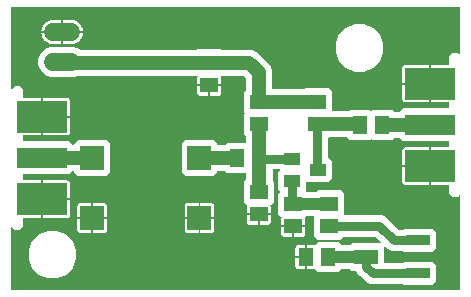
<source format=gbr>
G04 EAGLE Gerber RS-274X export*
G75*
%MOMM*%
%FSLAX34Y34*%
%LPD*%
%INTop Copper*%
%IPPOS*%
%AMOC8*
5,1,8,0,0,1.08239X$1,22.5*%
G01*
%ADD10R,1.300000X1.500000*%
%ADD11R,1.500000X1.300000*%
%ADD12R,2.000000X0.900000*%
%ADD13R,2.000000X1.300000*%
%ADD14R,2.000000X2.000000*%
%ADD15R,1.400000X1.000000*%
%ADD16R,4.191000X1.778000*%
%ADD17R,4.191000X2.667000*%
%ADD18C,1.524000*%
%ADD19C,1.200000*%
%ADD20C,0.800000*%
%ADD21C,1.000000*%

G36*
X384589Y5092D02*
X384589Y5092D01*
X384640Y5094D01*
X384672Y5112D01*
X384708Y5120D01*
X384747Y5153D01*
X384792Y5177D01*
X384813Y5207D01*
X384841Y5230D01*
X384862Y5277D01*
X384892Y5319D01*
X384900Y5361D01*
X384912Y5389D01*
X384911Y5419D01*
X384919Y5461D01*
X384919Y84716D01*
X384913Y84741D01*
X384916Y84767D01*
X384894Y84825D01*
X384880Y84885D01*
X384863Y84905D01*
X384854Y84929D01*
X384809Y84971D01*
X384770Y85018D01*
X384746Y85029D01*
X384727Y85047D01*
X384668Y85064D01*
X384611Y85089D01*
X384586Y85088D01*
X384561Y85096D01*
X384500Y85085D01*
X384438Y85083D01*
X384416Y85070D01*
X384390Y85066D01*
X384319Y85018D01*
X384286Y85000D01*
X384280Y84992D01*
X384270Y84985D01*
X383105Y83819D01*
X378895Y83819D01*
X375919Y86795D01*
X375919Y93578D01*
X375908Y93628D01*
X375906Y93679D01*
X375888Y93711D01*
X375880Y93747D01*
X375847Y93786D01*
X375823Y93831D01*
X375793Y93852D01*
X375770Y93880D01*
X375723Y93901D01*
X375681Y93931D01*
X375639Y93939D01*
X375611Y93951D01*
X375581Y93950D01*
X375539Y93958D01*
X360607Y93958D01*
X360607Y109453D01*
X360596Y109503D01*
X360594Y109554D01*
X360576Y109586D01*
X360568Y109622D01*
X360535Y109661D01*
X360511Y109706D01*
X360481Y109727D01*
X360457Y109755D01*
X360411Y109776D01*
X360369Y109806D01*
X360327Y109814D01*
X360299Y109826D01*
X360269Y109825D01*
X360227Y109833D01*
X359845Y109833D01*
X359845Y109835D01*
X360227Y109835D01*
X360277Y109846D01*
X360328Y109848D01*
X360360Y109866D01*
X360396Y109874D01*
X360435Y109907D01*
X360480Y109931D01*
X360501Y109961D01*
X360529Y109985D01*
X360550Y110031D01*
X360580Y110073D01*
X360588Y110115D01*
X360600Y110143D01*
X360599Y110173D01*
X360607Y110215D01*
X360607Y125710D01*
X375539Y125710D01*
X375589Y125721D01*
X375640Y125723D01*
X375672Y125741D01*
X375708Y125749D01*
X375747Y125782D01*
X375792Y125806D01*
X375813Y125836D01*
X375841Y125859D01*
X375862Y125906D01*
X375892Y125948D01*
X375900Y125990D01*
X375912Y126018D01*
X375911Y126048D01*
X375919Y126090D01*
X375919Y130429D01*
X375908Y130479D01*
X375906Y130530D01*
X375888Y130562D01*
X375880Y130598D01*
X375847Y130637D01*
X375823Y130682D01*
X375793Y130703D01*
X375770Y130731D01*
X375723Y130752D01*
X375681Y130782D01*
X375639Y130790D01*
X375611Y130802D01*
X375581Y130801D01*
X375539Y130809D01*
X336786Y130809D01*
X334008Y133588D01*
X333943Y133628D01*
X333881Y133672D01*
X333869Y133674D01*
X333861Y133679D01*
X333824Y133683D01*
X333739Y133699D01*
X329642Y133699D01*
X329568Y133682D01*
X329493Y133669D01*
X329483Y133662D01*
X329473Y133660D01*
X329444Y133636D01*
X329373Y133588D01*
X327985Y132199D01*
X310775Y132199D01*
X310149Y132826D01*
X310106Y132853D01*
X310068Y132887D01*
X310033Y132898D01*
X310002Y132917D01*
X309951Y132922D01*
X309902Y132937D01*
X309866Y132930D01*
X309829Y132934D01*
X309782Y132916D01*
X309731Y132907D01*
X309696Y132883D01*
X309667Y132872D01*
X309646Y132850D01*
X309611Y132826D01*
X308985Y132199D01*
X291775Y132199D01*
X289727Y134248D01*
X289662Y134288D01*
X289600Y134332D01*
X289588Y134334D01*
X289580Y134339D01*
X289543Y134343D01*
X289458Y134359D01*
X274422Y134359D01*
X274348Y134342D01*
X274273Y134329D01*
X274263Y134322D01*
X274253Y134320D01*
X274224Y134296D01*
X274153Y134248D01*
X273765Y133859D01*
X273621Y133859D01*
X273571Y133848D01*
X273520Y133846D01*
X273488Y133828D01*
X273452Y133820D01*
X273413Y133787D01*
X273368Y133763D01*
X273347Y133733D01*
X273319Y133710D01*
X273298Y133663D01*
X273268Y133621D01*
X273260Y133579D01*
X273248Y133551D01*
X273249Y133521D01*
X273241Y133479D01*
X273241Y117141D01*
X273252Y117091D01*
X273254Y117040D01*
X273272Y117008D01*
X273280Y116972D01*
X273313Y116933D01*
X273337Y116888D01*
X273367Y116867D01*
X273390Y116839D01*
X273437Y116818D01*
X273479Y116788D01*
X273521Y116780D01*
X273549Y116768D01*
X273579Y116769D01*
X273621Y116761D01*
X274105Y116761D01*
X277081Y113785D01*
X277081Y99575D01*
X274105Y96599D01*
X255896Y96599D01*
X255730Y96765D01*
X255708Y96779D01*
X255692Y96798D01*
X255635Y96824D01*
X255583Y96856D01*
X255557Y96859D01*
X255533Y96869D01*
X255472Y96867D01*
X255410Y96873D01*
X255386Y96864D01*
X255360Y96863D01*
X255306Y96833D01*
X255248Y96811D01*
X255231Y96792D01*
X255208Y96780D01*
X255173Y96729D01*
X255131Y96684D01*
X255123Y96659D01*
X255108Y96638D01*
X255092Y96554D01*
X255081Y96518D01*
X255083Y96508D01*
X255081Y96496D01*
X255081Y90075D01*
X254324Y89319D01*
X254297Y89276D01*
X254263Y89238D01*
X254252Y89203D01*
X254233Y89172D01*
X254228Y89121D01*
X254213Y89072D01*
X254220Y89036D01*
X254216Y88999D01*
X254234Y88952D01*
X254243Y88901D01*
X254267Y88866D01*
X254278Y88837D01*
X254300Y88816D01*
X254324Y88781D01*
X254833Y88272D01*
X254898Y88232D01*
X254960Y88188D01*
X254972Y88186D01*
X254980Y88181D01*
X255017Y88177D01*
X255102Y88161D01*
X263058Y88161D01*
X263132Y88178D01*
X263207Y88191D01*
X263217Y88198D01*
X263227Y88200D01*
X263256Y88224D01*
X263327Y88272D01*
X264715Y89661D01*
X283925Y89661D01*
X286901Y86685D01*
X286901Y69475D01*
X286274Y68849D01*
X286261Y68828D01*
X286243Y68813D01*
X286233Y68790D01*
X286213Y68768D01*
X286202Y68733D01*
X286183Y68702D01*
X286180Y68672D01*
X286172Y68655D01*
X286173Y68634D01*
X286163Y68602D01*
X286170Y68566D01*
X286166Y68529D01*
X286178Y68498D01*
X286179Y68482D01*
X286187Y68467D01*
X286193Y68431D01*
X286217Y68396D01*
X286228Y68367D01*
X286250Y68346D01*
X286261Y68331D01*
X286262Y68330D01*
X286262Y68329D01*
X286274Y68311D01*
X286313Y68272D01*
X286378Y68232D01*
X286440Y68188D01*
X286452Y68186D01*
X286460Y68181D01*
X286497Y68177D01*
X286582Y68161D01*
X318646Y68161D01*
X321984Y66778D01*
X332550Y56212D01*
X332615Y56172D01*
X332677Y56128D01*
X332689Y56126D01*
X332697Y56121D01*
X332734Y56117D01*
X332819Y56101D01*
X336898Y56101D01*
X336972Y56118D01*
X337047Y56131D01*
X337057Y56138D01*
X337067Y56140D01*
X337096Y56164D01*
X337167Y56212D01*
X337555Y56601D01*
X361765Y56601D01*
X364741Y53625D01*
X364741Y40415D01*
X361765Y37439D01*
X337555Y37439D01*
X337167Y37828D01*
X337102Y37868D01*
X337040Y37912D01*
X337028Y37914D01*
X337020Y37919D01*
X336983Y37923D01*
X336898Y37939D01*
X327094Y37939D01*
X323756Y39322D01*
X321390Y41688D01*
X321368Y41702D01*
X321352Y41722D01*
X321295Y41747D01*
X321243Y41779D01*
X321217Y41782D01*
X321193Y41792D01*
X321132Y41790D01*
X321070Y41796D01*
X321046Y41787D01*
X321020Y41786D01*
X320966Y41756D01*
X320908Y41734D01*
X320891Y41715D01*
X320868Y41703D01*
X320833Y41653D01*
X320791Y41607D01*
X320783Y41582D01*
X320768Y41561D01*
X320752Y41477D01*
X320741Y41441D01*
X320743Y41431D01*
X320741Y41419D01*
X320741Y28481D01*
X320752Y28431D01*
X320754Y28380D01*
X320772Y28348D01*
X320780Y28312D01*
X320813Y28273D01*
X320837Y28228D01*
X320867Y28207D01*
X320890Y28179D01*
X320937Y28158D01*
X320979Y28128D01*
X321021Y28120D01*
X321049Y28108D01*
X321079Y28109D01*
X321121Y28101D01*
X336898Y28101D01*
X336972Y28118D01*
X337047Y28131D01*
X337057Y28138D01*
X337067Y28140D01*
X337096Y28164D01*
X337167Y28212D01*
X337555Y28601D01*
X361765Y28601D01*
X364741Y25625D01*
X364741Y12415D01*
X361765Y9439D01*
X337555Y9439D01*
X337167Y9828D01*
X337102Y9868D01*
X337040Y9912D01*
X337028Y9914D01*
X337020Y9919D01*
X336983Y9923D01*
X336898Y9939D01*
X309374Y9939D01*
X306036Y11322D01*
X303428Y13930D01*
X300570Y16788D01*
X297962Y19396D01*
X297213Y21205D01*
X297176Y21256D01*
X297145Y21312D01*
X297126Y21326D01*
X297112Y21345D01*
X297055Y21375D01*
X297004Y21412D01*
X296977Y21417D01*
X296959Y21427D01*
X296921Y21428D01*
X296861Y21439D01*
X293555Y21439D01*
X292167Y22828D01*
X292102Y22868D01*
X292040Y22912D01*
X292028Y22914D01*
X292020Y22919D01*
X291983Y22923D01*
X291898Y22939D01*
X284922Y22939D01*
X284848Y22922D01*
X284773Y22909D01*
X284763Y22902D01*
X284753Y22900D01*
X284724Y22876D01*
X284653Y22828D01*
X282265Y20439D01*
X265055Y20439D01*
X262455Y23040D01*
X262422Y23060D01*
X262395Y23089D01*
X262349Y23105D01*
X262308Y23131D01*
X262269Y23135D01*
X262232Y23148D01*
X262173Y23144D01*
X262135Y23148D01*
X262115Y23140D01*
X262088Y23138D01*
X261495Y22979D01*
X255421Y22979D01*
X255421Y32639D01*
X255410Y32689D01*
X255408Y32740D01*
X255390Y32772D01*
X255382Y32808D01*
X255349Y32847D01*
X255325Y32892D01*
X255295Y32913D01*
X255271Y32941D01*
X255225Y32962D01*
X255183Y32992D01*
X255141Y33000D01*
X255113Y33012D01*
X255083Y33011D01*
X255041Y33019D01*
X254659Y33019D01*
X254659Y33021D01*
X255041Y33021D01*
X255091Y33032D01*
X255142Y33034D01*
X255174Y33052D01*
X255210Y33060D01*
X255249Y33093D01*
X255294Y33117D01*
X255315Y33147D01*
X255343Y33171D01*
X255364Y33217D01*
X255394Y33259D01*
X255402Y33301D01*
X255414Y33329D01*
X255413Y33359D01*
X255421Y33401D01*
X255421Y43061D01*
X261495Y43061D01*
X262088Y42902D01*
X262127Y42901D01*
X262164Y42889D01*
X262212Y42898D01*
X262261Y42896D01*
X262296Y42912D01*
X262335Y42919D01*
X262384Y42953D01*
X262418Y42968D01*
X262432Y42985D01*
X262455Y43000D01*
X265055Y45601D01*
X282265Y45601D01*
X284653Y43212D01*
X284718Y43172D01*
X284780Y43128D01*
X284792Y43126D01*
X284800Y43121D01*
X284837Y43117D01*
X284922Y43101D01*
X291898Y43101D01*
X291972Y43118D01*
X292047Y43131D01*
X292057Y43138D01*
X292067Y43140D01*
X292096Y43164D01*
X292167Y43212D01*
X293555Y44601D01*
X317559Y44601D01*
X317584Y44607D01*
X317610Y44604D01*
X317668Y44626D01*
X317728Y44640D01*
X317748Y44657D01*
X317772Y44666D01*
X317814Y44711D01*
X317862Y44750D01*
X317872Y44774D01*
X317890Y44793D01*
X317907Y44852D01*
X317932Y44909D01*
X317931Y44934D01*
X317939Y44959D01*
X317928Y45020D01*
X317926Y45082D01*
X317914Y45104D01*
X317909Y45130D01*
X317861Y45201D01*
X317843Y45234D01*
X317835Y45240D01*
X317828Y45250D01*
X313190Y49888D01*
X313125Y49928D01*
X313063Y49972D01*
X313051Y49974D01*
X313043Y49979D01*
X313006Y49983D01*
X312921Y49999D01*
X286582Y49999D01*
X286508Y49982D01*
X286433Y49969D01*
X286423Y49962D01*
X286413Y49960D01*
X286384Y49936D01*
X286313Y49888D01*
X283925Y47499D01*
X264715Y47499D01*
X261739Y50475D01*
X261739Y67619D01*
X261728Y67669D01*
X261726Y67720D01*
X261708Y67752D01*
X261700Y67788D01*
X261667Y67827D01*
X261643Y67872D01*
X261613Y67893D01*
X261590Y67921D01*
X261543Y67942D01*
X261501Y67972D01*
X261459Y67980D01*
X261431Y67992D01*
X261401Y67991D01*
X261359Y67999D01*
X255102Y67999D01*
X255028Y67982D01*
X254953Y67969D01*
X254943Y67962D01*
X254933Y67960D01*
X254904Y67936D01*
X254833Y67888D01*
X253820Y66875D01*
X253800Y66842D01*
X253771Y66815D01*
X253755Y66769D01*
X253729Y66728D01*
X253725Y66689D01*
X253712Y66652D01*
X253716Y66593D01*
X253712Y66555D01*
X253720Y66535D01*
X253722Y66508D01*
X253881Y65915D01*
X253881Y59841D01*
X244221Y59841D01*
X244171Y59830D01*
X244120Y59828D01*
X244088Y59810D01*
X244052Y59802D01*
X244013Y59769D01*
X243968Y59745D01*
X243947Y59715D01*
X243919Y59691D01*
X243898Y59645D01*
X243868Y59603D01*
X243860Y59561D01*
X243848Y59533D01*
X243848Y59529D01*
X243849Y59502D01*
X243841Y59461D01*
X243841Y59079D01*
X243839Y59079D01*
X243839Y59461D01*
X243828Y59511D01*
X243826Y59562D01*
X243808Y59594D01*
X243800Y59630D01*
X243767Y59669D01*
X243743Y59714D01*
X243713Y59735D01*
X243689Y59763D01*
X243643Y59784D01*
X243601Y59814D01*
X243559Y59822D01*
X243531Y59834D01*
X243501Y59833D01*
X243459Y59841D01*
X233799Y59841D01*
X233799Y65915D01*
X233958Y66508D01*
X233959Y66547D01*
X233971Y66584D01*
X233962Y66632D01*
X233964Y66681D01*
X233948Y66716D01*
X233941Y66755D01*
X233907Y66804D01*
X233892Y66838D01*
X233875Y66852D01*
X233860Y66875D01*
X231259Y69475D01*
X231259Y86685D01*
X232516Y87941D01*
X232543Y87984D01*
X232577Y88022D01*
X232588Y88057D01*
X232607Y88088D01*
X232612Y88139D01*
X232627Y88188D01*
X232620Y88224D01*
X232624Y88261D01*
X232606Y88309D01*
X232597Y88359D01*
X232573Y88394D01*
X232562Y88423D01*
X232540Y88444D01*
X232516Y88479D01*
X230919Y90075D01*
X230919Y104285D01*
X233046Y106411D01*
X233073Y106454D01*
X233107Y106492D01*
X233118Y106527D01*
X233137Y106558D01*
X233142Y106609D01*
X233157Y106658D01*
X233150Y106694D01*
X233154Y106731D01*
X233136Y106778D01*
X233127Y106829D01*
X233103Y106864D01*
X233092Y106893D01*
X233070Y106913D01*
X233046Y106949D01*
X233007Y106988D01*
X232942Y107028D01*
X232880Y107072D01*
X232868Y107074D01*
X232860Y107079D01*
X232823Y107083D01*
X232738Y107099D01*
X226842Y107099D01*
X226768Y107082D01*
X226693Y107069D01*
X226683Y107062D01*
X226673Y107060D01*
X226644Y107036D01*
X226573Y106988D01*
X226432Y106847D01*
X226392Y106782D01*
X226348Y106720D01*
X226346Y106708D01*
X226341Y106700D01*
X226337Y106663D01*
X226321Y106578D01*
X226321Y97892D01*
X226338Y97818D01*
X226351Y97743D01*
X226358Y97733D01*
X226360Y97723D01*
X226384Y97694D01*
X226432Y97623D01*
X227211Y96845D01*
X227211Y79635D01*
X224610Y77035D01*
X224590Y77002D01*
X224561Y76975D01*
X224545Y76929D01*
X224519Y76888D01*
X224515Y76849D01*
X224502Y76812D01*
X224506Y76753D01*
X224502Y76715D01*
X224510Y76695D01*
X224512Y76668D01*
X224671Y76075D01*
X224671Y70001D01*
X215011Y70001D01*
X214961Y69990D01*
X214910Y69988D01*
X214878Y69970D01*
X214842Y69962D01*
X214803Y69929D01*
X214758Y69905D01*
X214737Y69875D01*
X214709Y69851D01*
X214688Y69805D01*
X214658Y69763D01*
X214650Y69721D01*
X214638Y69693D01*
X214639Y69663D01*
X214631Y69621D01*
X214631Y69239D01*
X214629Y69239D01*
X214629Y69621D01*
X214618Y69671D01*
X214616Y69722D01*
X214598Y69754D01*
X214590Y69790D01*
X214557Y69829D01*
X214533Y69874D01*
X214503Y69895D01*
X214479Y69923D01*
X214433Y69944D01*
X214391Y69974D01*
X214349Y69982D01*
X214321Y69994D01*
X214291Y69993D01*
X214249Y70001D01*
X204589Y70001D01*
X204589Y76075D01*
X204748Y76668D01*
X204749Y76707D01*
X204761Y76744D01*
X204752Y76792D01*
X204754Y76841D01*
X204738Y76876D01*
X204731Y76915D01*
X204697Y76964D01*
X204682Y76998D01*
X204665Y77012D01*
X204650Y77035D01*
X202049Y79635D01*
X202049Y96845D01*
X204048Y98843D01*
X204088Y98908D01*
X204132Y98970D01*
X204134Y98982D01*
X204139Y98990D01*
X204143Y99027D01*
X204159Y99112D01*
X204159Y103879D01*
X204148Y103929D01*
X204146Y103980D01*
X204128Y104012D01*
X204120Y104048D01*
X204087Y104087D01*
X204063Y104132D01*
X204033Y104153D01*
X204010Y104181D01*
X203963Y104202D01*
X203921Y104232D01*
X203879Y104240D01*
X203851Y104252D01*
X203821Y104251D01*
X203779Y104259D01*
X187635Y104259D01*
X186247Y105648D01*
X186182Y105688D01*
X186120Y105732D01*
X186108Y105734D01*
X186100Y105739D01*
X186063Y105743D01*
X185978Y105759D01*
X179921Y105759D01*
X179871Y105748D01*
X179820Y105746D01*
X179788Y105728D01*
X179752Y105720D01*
X179713Y105687D01*
X179668Y105663D01*
X179647Y105633D01*
X179619Y105610D01*
X179598Y105563D01*
X179568Y105521D01*
X179560Y105479D01*
X179548Y105451D01*
X179549Y105421D01*
X179541Y105379D01*
X179541Y104735D01*
X176565Y101759D01*
X152355Y101759D01*
X149379Y104735D01*
X149379Y128945D01*
X152355Y131921D01*
X176565Y131921D01*
X179541Y128945D01*
X179541Y128301D01*
X179552Y128251D01*
X179554Y128200D01*
X179572Y128168D01*
X179580Y128132D01*
X179613Y128093D01*
X179637Y128048D01*
X179667Y128027D01*
X179690Y127999D01*
X179737Y127978D01*
X179779Y127948D01*
X179821Y127940D01*
X179849Y127928D01*
X179879Y127929D01*
X179921Y127921D01*
X185978Y127921D01*
X186052Y127938D01*
X186127Y127951D01*
X186137Y127958D01*
X186147Y127960D01*
X186176Y127984D01*
X186247Y128032D01*
X187635Y129421D01*
X203779Y129421D01*
X203829Y129432D01*
X203880Y129434D01*
X203912Y129452D01*
X203948Y129460D01*
X203987Y129493D01*
X204032Y129517D01*
X204053Y129547D01*
X204081Y129570D01*
X204102Y129617D01*
X204132Y129659D01*
X204140Y129701D01*
X204152Y129729D01*
X204152Y129730D01*
X204151Y129759D01*
X204159Y129801D01*
X204159Y134568D01*
X204142Y134642D01*
X204129Y134717D01*
X204122Y134727D01*
X204120Y134737D01*
X204096Y134766D01*
X204048Y134837D01*
X202049Y136835D01*
X202049Y154045D01*
X202676Y154671D01*
X202703Y154714D01*
X202737Y154752D01*
X202748Y154787D01*
X202767Y154818D01*
X202772Y154869D01*
X202787Y154918D01*
X202780Y154954D01*
X202784Y154991D01*
X202766Y155038D01*
X202757Y155089D01*
X202733Y155124D01*
X202722Y155153D01*
X202700Y155174D01*
X202676Y155209D01*
X202049Y155835D01*
X202049Y173045D01*
X203438Y174433D01*
X203478Y174498D01*
X203522Y174560D01*
X203524Y174572D01*
X203529Y174580D01*
X203533Y174617D01*
X203549Y174702D01*
X203549Y184483D01*
X203532Y184557D01*
X203519Y184631D01*
X203512Y184642D01*
X203510Y184651D01*
X203486Y184680D01*
X203438Y184752D01*
X201922Y186268D01*
X201857Y186308D01*
X201795Y186352D01*
X201783Y186354D01*
X201774Y186359D01*
X201737Y186363D01*
X201653Y186379D01*
X182982Y186379D01*
X182908Y186362D01*
X182833Y186349D01*
X182823Y186342D01*
X182813Y186340D01*
X182785Y186317D01*
X182777Y186314D01*
X182765Y186303D01*
X182713Y186268D01*
X182700Y186255D01*
X182689Y186238D01*
X182680Y186230D01*
X182674Y186216D01*
X182651Y186195D01*
X182634Y186149D01*
X182609Y186107D01*
X182605Y186069D01*
X182592Y186032D01*
X182596Y185972D01*
X182592Y185935D01*
X182600Y185915D01*
X182602Y185888D01*
X182761Y185295D01*
X182761Y179221D01*
X173101Y179221D01*
X173051Y179210D01*
X173000Y179208D01*
X172968Y179190D01*
X172932Y179182D01*
X172893Y179149D01*
X172848Y179125D01*
X172827Y179095D01*
X172799Y179071D01*
X172778Y179025D01*
X172748Y178983D01*
X172740Y178941D01*
X172728Y178913D01*
X172729Y178883D01*
X172721Y178841D01*
X172721Y178459D01*
X172719Y178459D01*
X172719Y178841D01*
X172708Y178891D01*
X172706Y178942D01*
X172688Y178974D01*
X172680Y179010D01*
X172647Y179049D01*
X172623Y179094D01*
X172593Y179115D01*
X172569Y179143D01*
X172523Y179164D01*
X172481Y179194D01*
X172439Y179202D01*
X172411Y179214D01*
X172381Y179213D01*
X172339Y179221D01*
X162679Y179221D01*
X162679Y185295D01*
X162838Y185888D01*
X162839Y185926D01*
X162851Y185964D01*
X162842Y186012D01*
X162844Y186061D01*
X162828Y186096D01*
X162821Y186134D01*
X162787Y186184D01*
X162772Y186218D01*
X162755Y186232D01*
X162740Y186255D01*
X162727Y186268D01*
X162662Y186308D01*
X162660Y186310D01*
X162638Y186328D01*
X162632Y186329D01*
X162600Y186352D01*
X162588Y186354D01*
X162580Y186359D01*
X162543Y186363D01*
X162458Y186379D01*
X60800Y186379D01*
X60798Y186379D01*
X60796Y186379D01*
X60654Y186350D01*
X58406Y185419D01*
X38114Y185419D01*
X33446Y187353D01*
X29873Y190926D01*
X27939Y195594D01*
X27939Y200646D01*
X29873Y205314D01*
X33446Y208887D01*
X38114Y210821D01*
X58406Y210821D01*
X63074Y208887D01*
X63309Y208652D01*
X63374Y208612D01*
X63436Y208568D01*
X63448Y208566D01*
X63457Y208561D01*
X63494Y208557D01*
X63578Y208541D01*
X162458Y208541D01*
X162532Y208558D01*
X162607Y208571D01*
X162617Y208578D01*
X162627Y208580D01*
X162655Y208604D01*
X162727Y208652D01*
X163115Y209041D01*
X182325Y209041D01*
X182713Y208652D01*
X182778Y208612D01*
X182840Y208568D01*
X182852Y208566D01*
X182860Y208561D01*
X182897Y208557D01*
X182982Y208541D01*
X208604Y208541D01*
X212677Y206854D01*
X224024Y195507D01*
X225711Y191434D01*
X225711Y175901D01*
X225722Y175851D01*
X225724Y175800D01*
X225742Y175768D01*
X225750Y175732D01*
X225783Y175693D01*
X225807Y175648D01*
X225837Y175627D01*
X225860Y175599D01*
X225907Y175578D01*
X225949Y175548D01*
X225991Y175540D01*
X226019Y175528D01*
X226049Y175529D01*
X226091Y175521D01*
X253898Y175521D01*
X253972Y175538D01*
X254047Y175551D01*
X254057Y175558D01*
X254067Y175560D01*
X254096Y175584D01*
X254167Y175632D01*
X254555Y176021D01*
X273765Y176021D01*
X276741Y173045D01*
X276741Y156901D01*
X276752Y156851D01*
X276754Y156800D01*
X276772Y156768D01*
X276780Y156732D01*
X276813Y156693D01*
X276837Y156648D01*
X276867Y156627D01*
X276890Y156599D01*
X276937Y156578D01*
X276979Y156548D01*
X277021Y156540D01*
X277049Y156528D01*
X277079Y156529D01*
X277121Y156521D01*
X290778Y156521D01*
X290852Y156538D01*
X290927Y156551D01*
X290937Y156558D01*
X290947Y156560D01*
X290976Y156584D01*
X291047Y156632D01*
X291775Y157361D01*
X308985Y157361D01*
X309611Y156734D01*
X309654Y156707D01*
X309692Y156673D01*
X309727Y156662D01*
X309758Y156643D01*
X309809Y156638D01*
X309858Y156623D01*
X309894Y156630D01*
X309931Y156626D01*
X309978Y156644D01*
X310029Y156653D01*
X310064Y156677D01*
X310093Y156688D01*
X310114Y156710D01*
X310149Y156734D01*
X310775Y157361D01*
X327985Y157361D01*
X329373Y155972D01*
X329438Y155932D01*
X329500Y155888D01*
X329512Y155886D01*
X329520Y155881D01*
X329557Y155877D01*
X329642Y155861D01*
X333739Y155861D01*
X333813Y155878D01*
X333888Y155891D01*
X333898Y155898D01*
X333908Y155900D01*
X333937Y155924D01*
X334008Y155972D01*
X336786Y158751D01*
X375539Y158751D01*
X375589Y158762D01*
X375640Y158764D01*
X375672Y158782D01*
X375708Y158790D01*
X375747Y158823D01*
X375792Y158847D01*
X375813Y158877D01*
X375841Y158900D01*
X375862Y158947D01*
X375892Y158989D01*
X375900Y159031D01*
X375912Y159059D01*
X375911Y159089D01*
X375919Y159131D01*
X375919Y163470D01*
X375908Y163520D01*
X375906Y163571D01*
X375888Y163603D01*
X375880Y163639D01*
X375847Y163678D01*
X375823Y163723D01*
X375793Y163744D01*
X375770Y163772D01*
X375723Y163793D01*
X375681Y163823D01*
X375639Y163831D01*
X375611Y163843D01*
X375581Y163842D01*
X375539Y163850D01*
X360607Y163850D01*
X360607Y179345D01*
X360596Y179395D01*
X360594Y179446D01*
X360576Y179478D01*
X360568Y179514D01*
X360535Y179553D01*
X360511Y179598D01*
X360481Y179619D01*
X360457Y179647D01*
X360411Y179668D01*
X360369Y179698D01*
X360327Y179706D01*
X360299Y179718D01*
X360269Y179717D01*
X360227Y179725D01*
X359845Y179725D01*
X359845Y179727D01*
X360227Y179727D01*
X360277Y179738D01*
X360328Y179740D01*
X360360Y179758D01*
X360396Y179766D01*
X360435Y179799D01*
X360480Y179823D01*
X360501Y179853D01*
X360529Y179877D01*
X360550Y179923D01*
X360580Y179965D01*
X360588Y180007D01*
X360600Y180035D01*
X360599Y180065D01*
X360607Y180107D01*
X360607Y195602D01*
X375539Y195602D01*
X375589Y195613D01*
X375640Y195615D01*
X375672Y195633D01*
X375708Y195641D01*
X375747Y195674D01*
X375792Y195698D01*
X375813Y195728D01*
X375841Y195751D01*
X375862Y195798D01*
X375892Y195840D01*
X375900Y195882D01*
X375912Y195910D01*
X375911Y195940D01*
X375919Y195982D01*
X375919Y202765D01*
X378895Y205741D01*
X383105Y205741D01*
X384270Y204575D01*
X384292Y204561D01*
X384308Y204542D01*
X384365Y204516D01*
X384417Y204484D01*
X384443Y204481D01*
X384467Y204471D01*
X384528Y204473D01*
X384590Y204467D01*
X384614Y204476D01*
X384640Y204477D01*
X384694Y204507D01*
X384752Y204529D01*
X384769Y204548D01*
X384792Y204560D01*
X384827Y204610D01*
X384869Y204656D01*
X384877Y204681D01*
X384892Y204702D01*
X384908Y204786D01*
X384919Y204822D01*
X384917Y204832D01*
X384919Y204844D01*
X384919Y244539D01*
X384908Y244589D01*
X384906Y244640D01*
X384888Y244672D01*
X384880Y244708D01*
X384847Y244747D01*
X384823Y244792D01*
X384793Y244813D01*
X384770Y244841D01*
X384723Y244862D01*
X384681Y244892D01*
X384639Y244900D01*
X384611Y244912D01*
X384581Y244911D01*
X384539Y244919D01*
X5461Y244919D01*
X5411Y244908D01*
X5360Y244906D01*
X5328Y244888D01*
X5292Y244880D01*
X5253Y244847D01*
X5208Y244823D01*
X5187Y244793D01*
X5159Y244770D01*
X5138Y244723D01*
X5108Y244681D01*
X5100Y244639D01*
X5088Y244611D01*
X5089Y244581D01*
X5081Y244539D01*
X5081Y175744D01*
X5087Y175719D01*
X5084Y175693D01*
X5106Y175635D01*
X5120Y175575D01*
X5137Y175555D01*
X5146Y175531D01*
X5191Y175489D01*
X5230Y175442D01*
X5254Y175431D01*
X5273Y175413D01*
X5332Y175396D01*
X5389Y175371D01*
X5414Y175372D01*
X5439Y175364D01*
X5500Y175375D01*
X5562Y175377D01*
X5584Y175390D01*
X5610Y175394D01*
X5681Y175442D01*
X5714Y175460D01*
X5720Y175468D01*
X5730Y175475D01*
X8055Y177801D01*
X12265Y177801D01*
X15241Y174825D01*
X15241Y168042D01*
X15252Y167992D01*
X15254Y167941D01*
X15272Y167909D01*
X15280Y167873D01*
X15313Y167834D01*
X15337Y167789D01*
X15367Y167768D01*
X15390Y167740D01*
X15437Y167719D01*
X15479Y167689D01*
X15521Y167681D01*
X15549Y167669D01*
X15579Y167670D01*
X15621Y167662D01*
X30553Y167662D01*
X30553Y152167D01*
X30564Y152117D01*
X30566Y152066D01*
X30584Y152034D01*
X30592Y151998D01*
X30625Y151959D01*
X30649Y151914D01*
X30679Y151893D01*
X30702Y151865D01*
X30749Y151844D01*
X30791Y151814D01*
X30833Y151806D01*
X30861Y151794D01*
X30891Y151795D01*
X30933Y151787D01*
X31315Y151787D01*
X31315Y151785D01*
X30933Y151785D01*
X30883Y151774D01*
X30832Y151772D01*
X30800Y151754D01*
X30764Y151746D01*
X30725Y151713D01*
X30680Y151689D01*
X30659Y151659D01*
X30631Y151635D01*
X30610Y151589D01*
X30580Y151547D01*
X30572Y151505D01*
X30560Y151477D01*
X30561Y151447D01*
X30553Y151405D01*
X30553Y135910D01*
X15621Y135910D01*
X15571Y135899D01*
X15520Y135897D01*
X15488Y135879D01*
X15452Y135871D01*
X15413Y135838D01*
X15368Y135814D01*
X15347Y135784D01*
X15319Y135761D01*
X15298Y135714D01*
X15268Y135672D01*
X15260Y135630D01*
X15248Y135602D01*
X15249Y135581D01*
X15248Y135579D01*
X15248Y135568D01*
X15241Y135530D01*
X15241Y131191D01*
X15252Y131141D01*
X15254Y131090D01*
X15272Y131058D01*
X15280Y131022D01*
X15313Y130983D01*
X15337Y130938D01*
X15367Y130917D01*
X15390Y130889D01*
X15437Y130868D01*
X15479Y130838D01*
X15521Y130830D01*
X15549Y130818D01*
X15579Y130819D01*
X15621Y130811D01*
X54374Y130811D01*
X57152Y128032D01*
X57217Y127992D01*
X57279Y127948D01*
X57291Y127946D01*
X57299Y127941D01*
X57336Y127937D01*
X57421Y127921D01*
X58199Y127921D01*
X58249Y127932D01*
X58300Y127934D01*
X58332Y127952D01*
X58368Y127960D01*
X58407Y127993D01*
X58452Y128017D01*
X58473Y128047D01*
X58501Y128070D01*
X58522Y128117D01*
X58552Y128159D01*
X58560Y128201D01*
X58572Y128229D01*
X58571Y128259D01*
X58579Y128301D01*
X58579Y128945D01*
X61555Y131921D01*
X85765Y131921D01*
X88741Y128945D01*
X88741Y104735D01*
X85765Y101759D01*
X61555Y101759D01*
X58579Y104735D01*
X58579Y105379D01*
X58568Y105429D01*
X58566Y105480D01*
X58548Y105512D01*
X58540Y105548D01*
X58507Y105587D01*
X58483Y105632D01*
X58453Y105653D01*
X58430Y105681D01*
X58383Y105702D01*
X58341Y105732D01*
X58299Y105740D01*
X58271Y105752D01*
X58241Y105751D01*
X58199Y105759D01*
X57421Y105759D01*
X57347Y105742D01*
X57272Y105729D01*
X57262Y105722D01*
X57252Y105720D01*
X57223Y105696D01*
X57152Y105648D01*
X54374Y102869D01*
X15621Y102869D01*
X15571Y102858D01*
X15520Y102856D01*
X15488Y102838D01*
X15452Y102830D01*
X15413Y102797D01*
X15368Y102773D01*
X15347Y102743D01*
X15319Y102720D01*
X15298Y102673D01*
X15268Y102631D01*
X15260Y102589D01*
X15248Y102561D01*
X15249Y102531D01*
X15241Y102489D01*
X15241Y98150D01*
X15252Y98100D01*
X15254Y98049D01*
X15272Y98017D01*
X15280Y97981D01*
X15313Y97942D01*
X15337Y97897D01*
X15367Y97876D01*
X15390Y97848D01*
X15437Y97827D01*
X15479Y97797D01*
X15521Y97789D01*
X15549Y97777D01*
X15579Y97778D01*
X15621Y97770D01*
X30553Y97770D01*
X30553Y82275D01*
X30564Y82225D01*
X30566Y82174D01*
X30584Y82142D01*
X30592Y82106D01*
X30625Y82067D01*
X30649Y82022D01*
X30679Y82001D01*
X30702Y81973D01*
X30749Y81952D01*
X30791Y81922D01*
X30833Y81914D01*
X30861Y81902D01*
X30891Y81903D01*
X30933Y81895D01*
X31315Y81895D01*
X31315Y81893D01*
X30933Y81893D01*
X30883Y81882D01*
X30832Y81880D01*
X30800Y81862D01*
X30764Y81854D01*
X30725Y81821D01*
X30680Y81797D01*
X30659Y81767D01*
X30631Y81743D01*
X30610Y81697D01*
X30580Y81655D01*
X30572Y81613D01*
X30560Y81585D01*
X30560Y81584D01*
X30560Y81583D01*
X30561Y81554D01*
X30553Y81513D01*
X30553Y66018D01*
X15621Y66018D01*
X15571Y66007D01*
X15520Y66005D01*
X15488Y65987D01*
X15452Y65979D01*
X15413Y65946D01*
X15368Y65922D01*
X15347Y65892D01*
X15319Y65869D01*
X15298Y65822D01*
X15268Y65780D01*
X15260Y65738D01*
X15248Y65710D01*
X15249Y65680D01*
X15241Y65638D01*
X15241Y58855D01*
X12265Y55879D01*
X8055Y55879D01*
X5730Y58205D01*
X5708Y58219D01*
X5692Y58238D01*
X5644Y58260D01*
X5604Y58288D01*
X5592Y58290D01*
X5583Y58296D01*
X5557Y58299D01*
X5533Y58309D01*
X5501Y58308D01*
X5462Y58316D01*
X5461Y58316D01*
X5438Y58310D01*
X5410Y58313D01*
X5386Y58304D01*
X5360Y58303D01*
X5326Y58284D01*
X5292Y58276D01*
X5274Y58261D01*
X5248Y58251D01*
X5231Y58232D01*
X5208Y58220D01*
X5186Y58189D01*
X5159Y58166D01*
X5149Y58144D01*
X5131Y58124D01*
X5123Y58099D01*
X5108Y58078D01*
X5100Y58035D01*
X5088Y58008D01*
X5089Y57983D01*
X5081Y57958D01*
X5083Y57948D01*
X5081Y57936D01*
X5081Y5461D01*
X5092Y5411D01*
X5094Y5360D01*
X5112Y5328D01*
X5120Y5292D01*
X5153Y5253D01*
X5177Y5208D01*
X5207Y5187D01*
X5230Y5159D01*
X5277Y5138D01*
X5319Y5108D01*
X5361Y5100D01*
X5389Y5088D01*
X5419Y5089D01*
X5461Y5081D01*
X384539Y5081D01*
X384589Y5092D01*
G37*
%LPC*%
G36*
X296006Y189919D02*
X296006Y189919D01*
X288625Y192976D01*
X282976Y198625D01*
X279919Y206006D01*
X279919Y213994D01*
X282976Y221375D01*
X288625Y227024D01*
X296006Y230081D01*
X303994Y230081D01*
X311375Y227024D01*
X317024Y221375D01*
X320081Y213994D01*
X320081Y206006D01*
X317024Y198625D01*
X311375Y192976D01*
X303994Y189919D01*
X296006Y189919D01*
G37*
%LPD*%
%LPC*%
G36*
X36006Y14919D02*
X36006Y14919D01*
X28625Y17976D01*
X22976Y23625D01*
X19919Y31006D01*
X19919Y38994D01*
X22976Y46375D01*
X28625Y52024D01*
X36006Y55081D01*
X43994Y55081D01*
X51375Y52024D01*
X57024Y46375D01*
X60081Y38994D01*
X60081Y31006D01*
X57024Y23625D01*
X51375Y17976D01*
X43994Y14919D01*
X36006Y14919D01*
G37*
%LPD*%
%LPC*%
G36*
X32075Y82655D02*
X32075Y82655D01*
X32075Y97770D01*
X52604Y97770D01*
X53250Y97597D01*
X53829Y97262D01*
X54302Y96789D01*
X54637Y96210D01*
X54810Y95564D01*
X54810Y82655D01*
X32075Y82655D01*
G37*
%LPD*%
%LPC*%
G36*
X32075Y152547D02*
X32075Y152547D01*
X32075Y167662D01*
X52604Y167662D01*
X53250Y167489D01*
X53829Y167154D01*
X54302Y166681D01*
X54637Y166102D01*
X54810Y165456D01*
X54810Y152547D01*
X32075Y152547D01*
G37*
%LPD*%
%LPC*%
G36*
X336350Y180487D02*
X336350Y180487D01*
X336350Y193396D01*
X336523Y194042D01*
X336858Y194621D01*
X337331Y195094D01*
X337910Y195429D01*
X338556Y195602D01*
X359085Y195602D01*
X359085Y180487D01*
X336350Y180487D01*
G37*
%LPD*%
%LPC*%
G36*
X336350Y110595D02*
X336350Y110595D01*
X336350Y123504D01*
X336523Y124150D01*
X336858Y124729D01*
X337331Y125202D01*
X337910Y125537D01*
X338556Y125710D01*
X359085Y125710D01*
X359085Y110595D01*
X336350Y110595D01*
G37*
%LPD*%
%LPC*%
G36*
X32075Y66018D02*
X32075Y66018D01*
X32075Y81133D01*
X54810Y81133D01*
X54810Y68224D01*
X54637Y67578D01*
X54302Y66999D01*
X53829Y66526D01*
X53250Y66191D01*
X52604Y66018D01*
X32075Y66018D01*
G37*
%LPD*%
%LPC*%
G36*
X32075Y135910D02*
X32075Y135910D01*
X32075Y151025D01*
X54810Y151025D01*
X54810Y138116D01*
X54637Y137470D01*
X54302Y136891D01*
X53829Y136418D01*
X53250Y136083D01*
X52604Y135910D01*
X32075Y135910D01*
G37*
%LPD*%
%LPC*%
G36*
X338556Y163850D02*
X338556Y163850D01*
X337910Y164023D01*
X337331Y164358D01*
X336858Y164831D01*
X336523Y165410D01*
X336460Y165647D01*
X336350Y166056D01*
X336350Y178965D01*
X359085Y178965D01*
X359085Y163850D01*
X338556Y163850D01*
G37*
%LPD*%
%LPC*%
G36*
X338556Y93958D02*
X338556Y93958D01*
X337910Y94131D01*
X337331Y94466D01*
X336858Y94939D01*
X336523Y95518D01*
X336350Y96164D01*
X336350Y109073D01*
X359085Y109073D01*
X359085Y93958D01*
X338556Y93958D01*
G37*
%LPD*%
%LPC*%
G36*
X49021Y224281D02*
X49021Y224281D01*
X49021Y233681D01*
X56680Y233681D01*
X58259Y233431D01*
X59780Y232936D01*
X61205Y232210D01*
X62499Y231270D01*
X63630Y230139D01*
X64570Y228845D01*
X65296Y227420D01*
X65791Y225899D01*
X66041Y224320D01*
X66041Y224281D01*
X49021Y224281D01*
G37*
%LPD*%
%LPC*%
G36*
X30479Y224281D02*
X30479Y224281D01*
X30479Y224320D01*
X30729Y225899D01*
X31224Y227420D01*
X31950Y228845D01*
X32890Y230139D01*
X34021Y231270D01*
X35315Y232210D01*
X36740Y232936D01*
X38261Y233431D01*
X39840Y233681D01*
X47499Y233681D01*
X47499Y224281D01*
X30479Y224281D01*
G37*
%LPD*%
%LPC*%
G36*
X49021Y213359D02*
X49021Y213359D01*
X49021Y222759D01*
X66041Y222759D01*
X66041Y222720D01*
X65791Y221141D01*
X65296Y219620D01*
X64570Y218195D01*
X63630Y216901D01*
X62499Y215770D01*
X61205Y214830D01*
X59780Y214104D01*
X58259Y213609D01*
X56680Y213359D01*
X49021Y213359D01*
G37*
%LPD*%
%LPC*%
G36*
X39840Y213359D02*
X39840Y213359D01*
X38261Y213609D01*
X36740Y214104D01*
X35315Y214830D01*
X34021Y215770D01*
X32890Y216901D01*
X31950Y218195D01*
X31224Y219620D01*
X30729Y221141D01*
X30479Y222720D01*
X30479Y222759D01*
X47499Y222759D01*
X47499Y213359D01*
X39840Y213359D01*
G37*
%LPD*%
%LPC*%
G36*
X165221Y66801D02*
X165221Y66801D01*
X165221Y78581D01*
X174795Y78581D01*
X175441Y78408D01*
X176020Y78073D01*
X176493Y77600D01*
X176828Y77021D01*
X177001Y76375D01*
X177001Y66801D01*
X165221Y66801D01*
G37*
%LPD*%
%LPC*%
G36*
X74421Y66801D02*
X74421Y66801D01*
X74421Y78581D01*
X83995Y78581D01*
X84641Y78408D01*
X85220Y78073D01*
X85693Y77600D01*
X86028Y77021D01*
X86201Y76375D01*
X86201Y66801D01*
X74421Y66801D01*
G37*
%LPD*%
%LPC*%
G36*
X151919Y66801D02*
X151919Y66801D01*
X151919Y76375D01*
X152092Y77021D01*
X152427Y77600D01*
X152900Y78073D01*
X153479Y78408D01*
X154125Y78581D01*
X163699Y78581D01*
X163699Y66801D01*
X151919Y66801D01*
G37*
%LPD*%
%LPC*%
G36*
X61119Y66801D02*
X61119Y66801D01*
X61119Y76375D01*
X61292Y77021D01*
X61627Y77600D01*
X62100Y78073D01*
X62679Y78408D01*
X63325Y78581D01*
X72899Y78581D01*
X72899Y66801D01*
X61119Y66801D01*
G37*
%LPD*%
%LPC*%
G36*
X165221Y53499D02*
X165221Y53499D01*
X165221Y65279D01*
X177001Y65279D01*
X177001Y55705D01*
X176828Y55059D01*
X176493Y54480D01*
X176020Y54007D01*
X175441Y53672D01*
X174795Y53499D01*
X165221Y53499D01*
G37*
%LPD*%
%LPC*%
G36*
X74421Y53499D02*
X74421Y53499D01*
X74421Y65279D01*
X86201Y65279D01*
X86201Y55705D01*
X86028Y55059D01*
X85693Y54480D01*
X85220Y54007D01*
X84641Y53672D01*
X83995Y53499D01*
X74421Y53499D01*
G37*
%LPD*%
%LPC*%
G36*
X154125Y53499D02*
X154125Y53499D01*
X153479Y53672D01*
X152900Y54007D01*
X152427Y54480D01*
X152092Y55059D01*
X151919Y55705D01*
X151919Y65279D01*
X163699Y65279D01*
X163699Y53499D01*
X154125Y53499D01*
G37*
%LPD*%
%LPC*%
G36*
X63325Y53499D02*
X63325Y53499D01*
X62679Y53672D01*
X62100Y54007D01*
X61627Y54480D01*
X61292Y55059D01*
X61119Y55705D01*
X61119Y65279D01*
X72899Y65279D01*
X72899Y53499D01*
X63325Y53499D01*
G37*
%LPD*%
%LPC*%
G36*
X245619Y33781D02*
X245619Y33781D01*
X245619Y40855D01*
X245792Y41501D01*
X246127Y42080D01*
X246600Y42553D01*
X247179Y42888D01*
X247825Y43061D01*
X253899Y43061D01*
X253899Y33781D01*
X245619Y33781D01*
G37*
%LPD*%
%LPC*%
G36*
X173481Y169419D02*
X173481Y169419D01*
X173481Y177699D01*
X182761Y177699D01*
X182761Y171625D01*
X182588Y170979D01*
X182253Y170400D01*
X181780Y169927D01*
X181201Y169592D01*
X180555Y169419D01*
X173481Y169419D01*
G37*
%LPD*%
%LPC*%
G36*
X215391Y60199D02*
X215391Y60199D01*
X215391Y68479D01*
X224671Y68479D01*
X224671Y62405D01*
X224498Y61759D01*
X224163Y61180D01*
X223690Y60707D01*
X223111Y60372D01*
X222465Y60199D01*
X215391Y60199D01*
G37*
%LPD*%
%LPC*%
G36*
X244601Y50039D02*
X244601Y50039D01*
X244601Y58319D01*
X253881Y58319D01*
X253881Y52245D01*
X253708Y51599D01*
X253373Y51020D01*
X252900Y50547D01*
X252321Y50212D01*
X251675Y50039D01*
X244601Y50039D01*
G37*
%LPD*%
%LPC*%
G36*
X206795Y60199D02*
X206795Y60199D01*
X206149Y60372D01*
X205570Y60707D01*
X205097Y61180D01*
X204762Y61759D01*
X204589Y62405D01*
X204589Y68479D01*
X213869Y68479D01*
X213869Y60199D01*
X206795Y60199D01*
G37*
%LPD*%
%LPC*%
G36*
X236005Y50039D02*
X236005Y50039D01*
X235359Y50212D01*
X234780Y50547D01*
X234307Y51020D01*
X233972Y51599D01*
X233799Y52245D01*
X233799Y58319D01*
X243079Y58319D01*
X243079Y50039D01*
X236005Y50039D01*
G37*
%LPD*%
%LPC*%
G36*
X164885Y169419D02*
X164885Y169419D01*
X164239Y169592D01*
X163660Y169927D01*
X163187Y170400D01*
X162852Y170979D01*
X162679Y171625D01*
X162679Y177699D01*
X171959Y177699D01*
X171959Y169419D01*
X164885Y169419D01*
G37*
%LPD*%
%LPC*%
G36*
X247825Y22979D02*
X247825Y22979D01*
X247179Y23152D01*
X246600Y23487D01*
X246127Y23960D01*
X245792Y24539D01*
X245619Y25185D01*
X245619Y32259D01*
X253899Y32259D01*
X253899Y22979D01*
X247825Y22979D01*
G37*
%LPD*%
%LPC*%
G36*
X48259Y223519D02*
X48259Y223519D01*
X48259Y223521D01*
X48261Y223521D01*
X48261Y223519D01*
X48259Y223519D01*
G37*
%LPD*%
%LPC*%
G36*
X164459Y66039D02*
X164459Y66039D01*
X164459Y66041D01*
X164461Y66041D01*
X164461Y66039D01*
X164459Y66039D01*
G37*
%LPD*%
%LPC*%
G36*
X73659Y66039D02*
X73659Y66039D01*
X73659Y66041D01*
X73661Y66041D01*
X73661Y66039D01*
X73659Y66039D01*
G37*
%LPD*%
D10*
X196240Y116840D03*
X215240Y116840D03*
X254660Y33020D03*
X273660Y33020D03*
X300380Y144780D03*
X319380Y144780D03*
D11*
X214630Y164440D03*
X214630Y145440D03*
X214630Y88240D03*
X214630Y69240D03*
X264160Y164440D03*
X264160Y145440D03*
X243840Y78080D03*
X243840Y59080D03*
X274320Y78080D03*
X274320Y59080D03*
D12*
X349660Y19020D03*
D13*
X305660Y33020D03*
D12*
X349660Y47020D03*
D14*
X73660Y116840D03*
X73660Y66040D03*
X164460Y116840D03*
X164460Y66040D03*
D15*
X265000Y106680D03*
X243000Y97180D03*
X243000Y116180D03*
D16*
X31314Y116840D03*
D17*
X31314Y151786D03*
X31314Y81894D03*
D16*
X359846Y144780D03*
D17*
X359846Y109834D03*
X359846Y179726D03*
D18*
X55880Y198120D02*
X40640Y198120D01*
X40640Y223520D02*
X55880Y223520D01*
D11*
X172720Y178460D03*
X172720Y197460D03*
D19*
X264160Y145440D02*
X299720Y145440D01*
X300380Y144780D01*
D20*
X264160Y107520D02*
X265000Y106680D01*
X264160Y107520D02*
X264160Y145440D01*
D19*
X215240Y116840D02*
X215240Y88850D01*
X214630Y88240D01*
X215240Y116840D02*
X215240Y144830D01*
X214630Y145440D01*
D20*
X215900Y116180D02*
X243000Y116180D01*
X215900Y116180D02*
X215240Y116840D01*
D19*
X172720Y197460D02*
X48920Y197460D01*
X48260Y198120D01*
X214630Y164440D02*
X264160Y164440D01*
X206400Y197460D02*
X172720Y197460D01*
X214630Y189230D02*
X214630Y164440D01*
X214630Y189230D02*
X206400Y197460D01*
X73660Y116840D02*
X31314Y116840D01*
X164460Y116840D02*
X196240Y116840D01*
D21*
X273660Y33020D02*
X305660Y33020D01*
D20*
X311180Y19020D02*
X349660Y19020D01*
X305660Y24540D02*
X305660Y33020D01*
X305660Y24540D02*
X311180Y19020D01*
X328900Y47020D02*
X349660Y47020D01*
X316840Y59080D02*
X274320Y59080D01*
X316840Y59080D02*
X328900Y47020D01*
D21*
X274320Y78080D02*
X243840Y78080D01*
D20*
X243000Y78920D02*
X243000Y97180D01*
X243000Y78920D02*
X243840Y78080D01*
D19*
X319380Y144780D02*
X359846Y144780D01*
M02*

</source>
